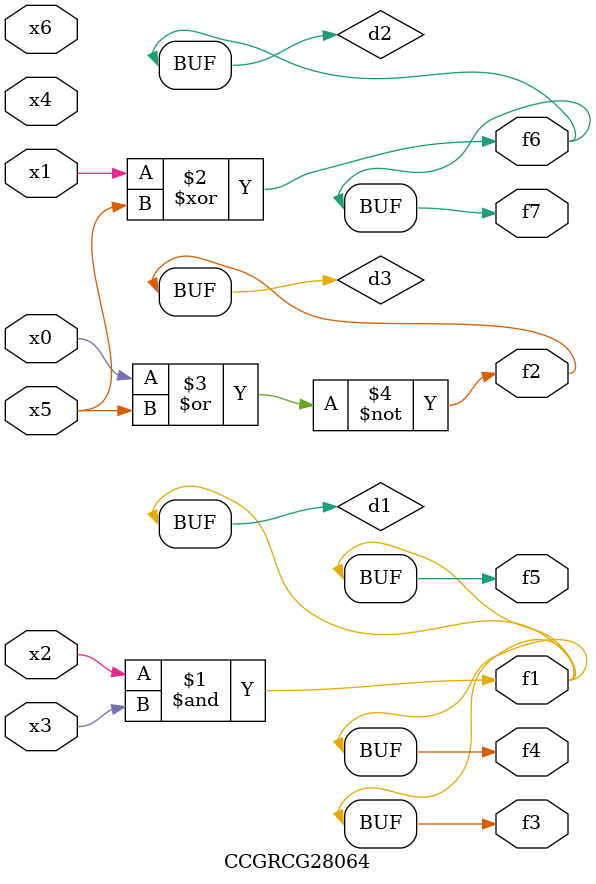
<source format=v>
module CCGRCG28064(
	input x0, x1, x2, x3, x4, x5, x6,
	output f1, f2, f3, f4, f5, f6, f7
);

	wire d1, d2, d3;

	and (d1, x2, x3);
	xor (d2, x1, x5);
	nor (d3, x0, x5);
	assign f1 = d1;
	assign f2 = d3;
	assign f3 = d1;
	assign f4 = d1;
	assign f5 = d1;
	assign f6 = d2;
	assign f7 = d2;
endmodule

</source>
